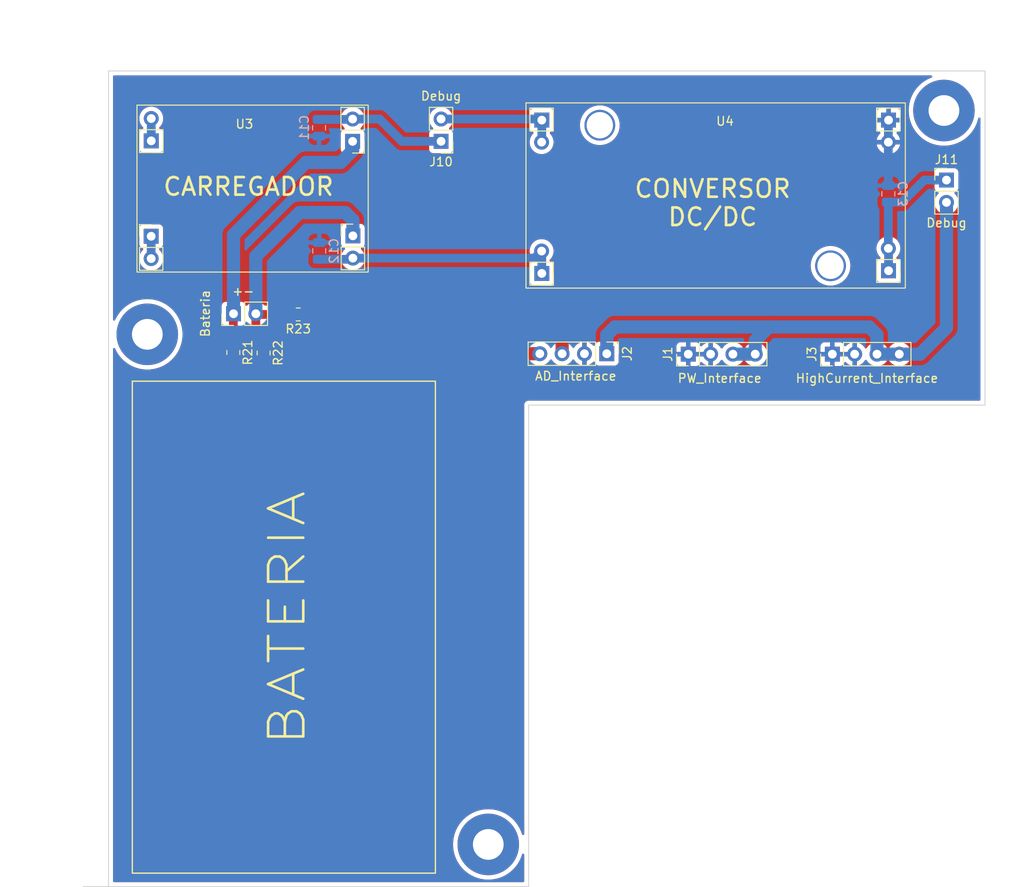
<source format=kicad_pcb>
(kicad_pcb (version 20211014) (generator pcbnew)
  (layers (0 "F.Cu" signal) (31 "B.Cu" signal) (34 "B.Paste" user) (35 "F.Paste" user) (36 "B.SilkS" user "B.Silkscreen") (37 "F.SilkS" user "F.Silkscreen") (38 "B.Mask" user) (39 "F.Mask" user) (44 "Edge.Cuts" user))
  (net 0 "")
  (net 1 "/B+")
  (net 2 "/B-")
  (net 3 "GNDA")
  (net 4 "Net-(C12-Pad1)")
  (net 5 "/4.2V")
  (net 6 "/B+_AD_IN")
  (net 7 "unconnected-(U3-Pad1)")
  (net 8 "unconnected-(U3-Pad2)")
  (net 9 "+5V")
  (net 10 "Net-(C13-Pad1)")
  (net 11 "Net-(J10-Pad2)")
  (footprint "MountingHole:MountingHole_3mm_Pad" (layer "F.Cu") (at 150.749 40.767)
    (fp_text reference "REF**")
    (fp_text value "MountingHole_3mm_Pad")
    (pad "1" thru_hole circle (at 0 0) (size 7 7) (drill 3.5) (layers *.Cu *.Mask))
  )
  (footprint "Resistor_SMD:R_0805_2012Metric_Pad1.20x1.40mm_HandSolder" (layer "F.Cu") (at 73.31 68.37 -90)
    (fp_text reference "R22" (at 0 -1.65 90) (layer "F.SilkS"))
    (fp_text value "R em M")
    (fp_line (start -0.227064 0.735) (end 0.227064 0.735) (layer "F.SilkS") (width 0.12))
    (fp_line (start -0.227064 -0.735) (end 0.227064 -0.735) (layer "F.SilkS") (width 0.12))
    (pad "1" smd roundrect (at -1 0 270) (size 1.2 1.4) (layers "F.Cu" "F.Paste" "F.Mask") (roundrect_rratio 0.2083333333) (net 2 "/B-"))
    (pad "2" smd roundrect (at 1 0 270) (size 1.2 1.4) (layers "F.Cu" "F.Paste" "F.Mask") (roundrect_rratio 0.2083333333) (net 6 "/B+_AD_IN"))
  )
  (footprint "Connector_PinHeader_2.54mm:PinHeader_1x02_P2.54mm_Vertical" (layer "F.Cu") (at 151.04 48.685)
    (fp_text reference "J11" (at 0 -2.33) (layer "F.SilkS"))
    (fp_text value "Debug" (at 0 4.87) (layer "F.SilkS"))
    (fp_line (start -1.33 1.27) (end -1.33 3.87) (layer "F.SilkS") (width 0.12))
    (fp_line (start 1.33 1.27) (end 1.33 3.87) (layer "F.SilkS") (width 0.12))
    (fp_line (start -1.33 3.87) (end 1.33 3.87) (layer "F.SilkS") (width 0.12))
    (fp_line (start -1.33 0) (end -1.33 -1.33) (layer "F.SilkS") (width 0.12))
    (fp_line (start -1.33 1.27) (end 1.33 1.27) (layer "F.SilkS") (width 0.12))
    (fp_line (start -1.33 -1.33) (end 0 -1.33) (layer "F.SilkS") (width 0.12))
    (pad "1" thru_hole rect (at 0 0) (size 1.7 1.7) (drill 1) (layers *.Cu *.Mask) (net 10 "Net-(C13-Pad1)"))
    (pad "2" thru_hole oval (at 0 2.54) (size 1.7 1.7) (drill 1) (layers *.Cu *.Mask) (net 9 "+5V"))
  )
  (footprint "MountingHole:MountingHole_3mm_Pad" (layer "F.Cu") (at 98.8822 124.3076)
    (fp_text reference "REF**")
    (fp_text value "MountingHole_3mm_Pad")
    (pad "1" thru_hole circle (at 0 0) (size 7 7) (drill 3.5) (layers F&B.Cu *.Mask))
  )
  (footprint "Connector_PinHeader_2.54mm:PinHeader_1x04_P2.54mm_Vertical" (layer "F.Cu") (at 112.37 68.45 -90)
    (fp_text reference "J2" (at 0 -2.33 90) (layer "F.SilkS"))
    (fp_text value "AD_Interface" (at 2.543 3.531 180) (layer "F.SilkS"))
    (fp_line (start -1.33 8.95) (end 1.33 8.95) (layer "F.SilkS") (width 0.12))
    (fp_line (start -1.33 1.27) (end -1.33 8.95) (layer "F.SilkS") (width 0.12))
    (fp_line (start -1.33 1.27) (end 1.33 1.27) (layer "F.SilkS") (width 0.12))
    (fp_line (start -1.33 -1.33) (end 0 -1.33) (layer "F.SilkS") (width 0.12))
    (fp_line (start -1.33 0) (end -1.33 -1.33) (layer "F.SilkS") (width 0.12))
    (fp_line (start 1.33 1.27) (end 1.33 8.95) (layer "F.SilkS") (width 0.12))
    (pad "1" thru_hole rect (at 0 0 270) (size 1.7 1.7) (drill 1) (layers *.Cu *.Mask) (net 9 "+5V"))
    (pad "2" thru_hole oval (at 0 2.54 270) (size 1.7 1.7) (drill 1) (layers *.Cu *.Mask) (net 3 "GNDA"))
    (pad "3" thru_hole oval (at 0 5.08 270) (size 1.7 1.7) (drill 1) (layers *.Cu *.Mask) (net 2 "/B-"))
    (pad "4" thru_hole oval (at 0 7.62 270) (size 1.7 1.7) (drill 1) (layers *.Cu *.Mask) (net 6 "/B+_AD_IN"))
  )
  (footprint "MountingHole:MountingHole_3mm_Pad" (layer "F.Cu") (at 60.071 66.2432)
    (fp_text reference "REF**")
    (fp_text value "MountingHole_3mm_Pad")
    (pad "1" thru_hole circle (at 0 0) (size 7 7) (drill 3.5) (layers F&B.Cu *.Mask))
  )
  (footprint "Resistor_SMD:R_0805_2012Metric_Pad1.20x1.40mm_HandSolder" (layer "F.Cu") (at 77.25 63.98 180)
    (fp_text reference "R23" (at 0 -1.65) (layer "F.SilkS"))
    (fp_text value "R0")
    (fp_line (start -0.227064 0.735) (end 0.227064 0.735) (layer "F.SilkS") (width 0.12))
    (fp_line (start -0.227064 -0.735) (end 0.227064 -0.735) (layer "F.SilkS") (width 0.12))
    (pad "1" smd roundrect (at -1 0 180) (size 1.2 1.4) (layers "F.Cu" "F.Paste" "F.Mask") (roundrect_rratio 0.2083333333) (net 3 "GNDA"))
    (pad "2" smd roundrect (at 1 0 180) (size 1.2 1.4) (layers "F.Cu" "F.Paste" "F.Mask") (roundrect_rratio 0.2083333333) (net 2 "/B-"))
  )
  (footprint "Connector_PinHeader_2.54mm:PinHeader_1x04_P2.54mm_Vertical" (layer "F.Cu") (at 138.049 68.5 90)
    (fp_text reference "J3" (at 0 -2.33 90) (layer "F.SilkS"))
    (fp_text value "HighCurrent_Interface" (at -2.747 3.937 180) (layer "F.SilkS"))
    (fp_line (start 1.33 1.27) (end 1.33 8.95) (layer "F.SilkS") (width 0.12))
    (fp_line (start -1.33 8.95) (end 1.33 8.95) (layer "F.SilkS") (width 0.12))
    (fp_line (start -1.33 1.27) (end 1.33 1.27) (layer "F.SilkS") (width 0.12))
    (fp_line (start -1.33 0) (end -1.33 -1.33) (layer "F.SilkS") (width 0.12))
    (fp_line (start -1.33 -1.33) (end 0 -1.33) (layer "F.SilkS") (width 0.12))
    (fp_line (start -1.33 1.27) (end -1.33 8.95) (layer "F.SilkS") (width 0.12))
    (pad "1" thru_hole rect (at 0 0 90) (size 1.7 1.7) (drill 1) (layers *.Cu *.Mask) (net 3 "GNDA"))
    (pad "2" thru_hole oval (at 0 2.54 90) (size 1.7 1.7) (drill 1) (layers *.Cu *.Mask) (net 3 "GNDA"))
    (pad "3" thru_hole oval (at 0 5.08 90) (size 1.7 1.7) (drill 1) (layers *.Cu *.Mask) (net 9 "+5V"))
    (pad "4" thru_hole oval (at 0 7.62 90) (size 1.7 1.7) (drill 1) (layers *.Cu *.Mask) (net 9 "+5V"))
  )
  (footprint "Connector_PinHeader_2.54mm:PinHeader_1x02_P2.54mm_Vertical" (layer "F.Cu") (at 69.885 63.9 90)
    (fp_text reference "Bateria" (at 0.019 -3.21 90) (layer "F.SilkS"))
    (fp_text value "4.2V")
    (fp_line (start -1.33 3.87) (end 1.33 3.87) (layer "F.SilkS") (width 0.12))
    (fp_line (start -1.33 -1.33) (end 0 -1.33) (layer "F.SilkS") (width 0.12))
    (fp_line (start 1.33 1.27) (end 1.33 3.87) (layer "F.SilkS") (width 0.12))
    (fp_line (start -1.33 1.27) (end -1.33 3.87) (layer "F.SilkS") (width 0.12))
    (fp_line (start -1.33 0) (end -1.33 -1.33) (layer "F.SilkS") (width 0.12))
    (fp_line (start -1.33 1.27) (end 1.33 1.27) (layer "F.SilkS") (width 0.12))
    (pad "1" thru_hole rect (at 0 0 90) (size 1.7 1.7) (drill 1) (layers *.Cu *.Mask) (net 1 "/B+"))
    (pad "2" thru_hole oval (at 0 2.54 90) (size 1.7 1.7) (drill 1) (layers *.Cu *.Mask) (net 2 "/B-"))
  )
  (footprint "adelson:Módulo_TP4056" (layer "F.Cu") (at 59.4534 40.155)
    (fp_text reference "U3" (at 11.6766 2.155 unlocked) (layer "F.SilkS"))
    (fp_text value "TP4056_MODULE")
    (fp_line (start 25.3168 5.454) (end 23.9868 5.454) (layer "F.SilkS") (width 0.12))
    (fp_line (start 22.6568 2.854) (end 22.6568 0.254) (layer "F.SilkS") (width 0.12))
    (fp_line (start -0.2724 13.596) (end 1.0576 13.596) (layer "F.SilkS") (width 0.12))
    (fp_line (start -0.2632 5.394) (end 2.3968 5.394) (layer "F.SilkS") (width 0.12))
    (fp_line (start 2.3876 16.196) (end 2.3876 18.796) (layer "F.SilkS") (width 0.12))
    (fp_line (start 22.6892 14.8752) (end 22.6892 13.5452) (layer "F.SilkS") (width 0.12))
    (fp_line (start -0.2724 18.796) (end 2.3876 18.796) (layer "F.SilkS") (width 0.12))
    (fp_line (start 22.6892 16.1452) (end 22.6892 18.7452) (layer "F.SilkS") (width 0.12))
    (fp_line (start 25.3168 0.254) (end 22.6568 0.254) (layer "F.SilkS") (width 0.12))
    (fp_line (start 25.3168 2.854) (end 25.3168 0.254) (layer "F.SilkS") (width 0.12))
    (fp_line (start 2.3968 2.794) (end -0.2632 2.794) (layer "F.SilkS") (width 0.12))
    (fp_line (start 2.3968 5.394) (end 1.0668 5.394) (layer "F.SilkS") (width 0.12))
    (fp_line (start 25.3168 4.124) (end 25.3168 5.454) (layer "F.SilkS") (width 0.12))
    (fp_line (start -0.2724 14.926) (end -0.2724 13.596) (layer "F.SilkS") (width 0.12))
    (fp_line (start -0.2632 2.794) (end -0.2632 5.394) (layer "F.SilkS") (width 0.12))
    (fp_line (start 25.3492 16.1452) (end 25.3492 18.7452) (layer "F.SilkS") (width 0.12))
    (fp_line (start 22.6892 18.7452) (end 25.3492 18.7452) (layer "F.SilkS") (width 0.12))
    (fp_line (start 2.3968 4.064) (end 2.3968 5.394) (layer "F.SilkS") (width 0.12))
    (fp_line (start 25.3168 2.854) (end 22.6568 2.854) (layer "F.SilkS") (width 0.12))
    (fp_line (start 22.6892 16.1452) (end 25.3492 16.1452) (layer "F.SilkS") (width 0.12))
    (fp_line (start 22.6892 13.5452) (end 24.0192 13.5452) (layer "F.SilkS") (width 0.12))
    (fp_line (start -0.2724 16.196) (end 2.3876 16.196) (layer "F.SilkS") (width 0.12))
    (fp_line (start 2.3968 2.794) (end 2.3968 5.394) (layer "F.SilkS") (width 0.12))
    (fp_line (start -0.2724 16.196) (end -0.2724 18.796) (layer "F.SilkS") (width 0.12))
    (fp_rect (start -0.5588 0) (end 25.762 19) (layer "F.SilkS") (width 0.12) (fill none))
    (pad "1" thru_hole rect (at 1.0668 4.064 180) (size 1.7 1.7) (drill 1) (layers *.Mask "F.Cu" "In1.Cu" "B.Cu") (net 7 "unconnected-(U3-Pad1)"))
    (pad "1" thru_hole oval (at 1.0668 1.524 180) (size 1.7 1.7) (drill 1) (layers *.Cu *.Mask) (net 7 "unconnected-(U3-Pad1)"))
    (pad "2" thru_hole rect (at 1.0576 14.926) (size 1.7 1.7) (drill 1) (layers *.Cu *.Mask) (net 8 "unconnected-(U3-Pad2)"))
    (pad "2" thru_hole oval (at 1.0576 17.466) (size 1.7 1.7) (drill 1) (layers *.Mask "F.Cu" "In1.Cu" "B.Cu") (net 8 "unconnected-(U3-Pad2)"))
    (pad "3" thru_hole oval (at 23.9868 1.584 180) (size 1.7 1.7) (drill 1) (layers *.Cu *.Mask) (net 5 "/4.2V"))
    (pad "4" thru_hole rect (at 23.9868 4.124 180) (size 1.7 1.7) (drill 1) (layers *.Cu *.Mask) (net 1 "/B+"))
    (pad "5" thru_hole oval (at 24.0192 17.4152) (size 1.7 1.7) (drill 1) (layers *.Cu *.Mask) (net 4 "Net-(C12-Pad1)"))
    (pad "6" thru_hole rect (at 24.0192 14.8752) (size 1.7 1.7) (drill 1) (layers *.Cu *.Mask) (net 2 "/B-"))
  )
  (footprint "Connector_PinHeader_2.54mm:PinHeader_1x04_P2.54mm_Vertical" (layer "F.Cu") (at 121.65 68.5 90)
    (fp_text reference "J1" (at 0 -2.33 90) (layer "F.SilkS"))
    (fp_text value "PW_Interface" (at -2.747 3.572 180) (layer "F.SilkS"))
    (fp_line (start -1.33 1.27) (end -1.33 8.95) (layer "F.SilkS") (width 0.12))
    (fp_line (start -1.33 8.95) (end 1.33 8.95) (layer "F.SilkS") (width 0.12))
    (fp_line (start -1.33 0) (end -1.33 -1.33) (layer "F.SilkS") (width 0.12))
    (fp_line (start 1.33 1.27) (end 1.33 8.95) (layer "F.SilkS") (width 0.12))
    (fp_line (start -1.33 -1.33) (end 0 -1.33) (layer "F.SilkS") (width 0.12))
    (fp_line (start -1.33 1.27) (end 1.33 1.27) (layer "F.SilkS") (width 0.12))
    (pad "1" thru_hole rect (at 0 0 90) (size 1.7 1.7) (drill 1) (layers *.Cu *.Mask) (net 3 "GNDA"))
    (pad "2" thru_hole oval (at 0 2.54 90) (size 1.7 1.7) (drill 1) (layers *.Cu *.Mask) (net 3 "GNDA"))
    (pad "3" thru_hole oval (at 0 5.08 90) (size 1.7 1.7) (drill 1) (layers *.Cu *.Mask) (net 9 "+5V"))
    (pad "4" thru_hole oval (at 0 7.62 90) (size 1.7 1.7) (drill 1) (layers *.Cu *.Mask) (net 9 "+5V"))
  )
  (footprint "Connector_PinHeader_2.54mm:PinHeader_1x02_P2.54mm_Vertical" (layer "F.Cu") (at 93.51 44.275 180)
    (fp_text reference "J10" (at 0 -2.33) (layer "F.SilkS"))
    (fp_text value "Debug" (at 0 5.159) (layer "F.SilkS"))
    (fp_line (start 1.33 1.27) (end 1.33 3.87) (layer "F.SilkS") (width 0.12))
    (fp_line (start -1.33 1.27) (end -1.33 3.87) (layer "F.SilkS") (width 0.12))
    (fp_line (start -1.33 -1.33) (end 0 -1.33) (layer "F.SilkS") (width 0.12))
    (fp_line (start -1.33 1.27) (end 1.33 1.27) (layer "F.SilkS") (width 0.12))
    (fp_line (start -1.33 0) (end -1.33 -1.33) (layer "F.SilkS") (width 0.12))
    (fp_line (start -1.33 3.87) (end 1.33 3.87) (layer "F.SilkS") (width 0.12))
    (pad "1" thru_hole rect (at 0 0 180) (size 1.7 1.7) (drill 1) (layers *.Cu *.Mask) (net 5 "/4.2V"))
    (pad "2" thru_hole oval (at 0 2.54 180) (size 1.7 1.7) (drill 1) (layers *.Cu *.Mask) (net 11 "Net-(J10-Pad2)"))
  )
  (footprint "Resistor_SMD:R_0805_2012Metric_Pad1.20x1.40mm_HandSolder" (layer "F.Cu") (at 69.86 68.31 -90)
    (fp_text reference "R21" (at 0 -1.65 90) (layer "F.SilkS"))
    (fp_text value "R em M")
    (fp_line (start -0.227064 -0.735) (end 0.227064 -0.735) (layer "F.SilkS") (width 0.12))
    (fp_line (start -0.227064 0.735) (end 0.227064 0.735) (layer "F.SilkS") (width 0.12))
    (pad "1" smd roundrect (at -1 0 270) (size 1.2 1.4) (layers "F.Cu" "F.Paste" "F.Mask") (roundrect_rratio 0.2083333333) (net 1 "/B+"))
    (pad "2" smd roundrect (at 1 0 270) (size 1.2 1.4) (layers "F.Cu" "F.Paste" "F.Mask") (roundrect_rratio 0.2083333333) (net 6 "/B+_AD_IN"))
  )
  (footprint "adelson:Modulo_DC-DC_Boost_XL6009" (layer "F.Cu") (at 103.175 39.9)
    (fp_text reference "U4" (at 22.655 2.08 unlocked) (layer "F.SilkS"))
    (fp_text value "Modulo_DC-DC_Boost_XL6009")
    (fp_line (start 3.108 18.1356) (end 0.448 18.1356) (layer "F.SilkS") (width 0.12))
    (fp_line (start 0.448 0.6004) (end 1.778 0.6004) (layer "F.SilkS") (width 0.12))
    (fp_line (start 0.448 3.2004) (end 3.108 3.2004) (layer "F.SilkS") (width 0.12))
    (fp_line (start 3.108 19.4056) (end 3.108 20.7356) (layer "F.SilkS") (width 0.12))
    (fp_line (start 39.9196 3.2004) (end 42.5796 3.2004) (layer "F.SilkS") (width 0.12))
    (fp_line (start 3.108 0.6004) (end 0.448 0.6004) (layer "F.SilkS") (width 0.12))
    (fp_line (start 39.9196 1.9304) (end 39.9196 0.6004) (layer "F.SilkS") (width 0.12))
    (fp_line (start 3.108 18.1356) (end 3.108 20.7356) (layer "F.SilkS") (width 0.12))
    (fp_line (start 0.448 3.2004) (end 0.448 0.6004) (layer "F.SilkS") (width 0.12))
    (fp_line (start 3.108 3.2004) (end 3.108 0.6004) (layer "F.SilkS") (width 0.12))
    (fp_line (start 39.9196 17.8308) (end 39.9196 20.4308) (layer "F.SilkS") (width 0.12))
    (fp_line (start 0.448 1.9304) (end 0.448 0.6004) (layer "F.SilkS") (width 0.12))
    (fp_line (start 0.448 20.7356) (end 3.108 20.7356) (layer "F.SilkS") (width 0.12))
    (fp_line (start 42.5796 19.1008) (end 42.5796 20.4308) (layer "F.SilkS") (width 0.12))
    (fp_line (start 42.5796 17.8308) (end 39.9196 17.8308) (layer "F.SilkS") (width 0.12))
    (fp_line (start 39.9196 20.4308) (end 42.5796 20.4308) (layer "F.SilkS") (width 0.12))
    (fp_line (start 39.9196 0.6004) (end 41.2496 0.6004) (layer "F.SilkS") (width 0.12))
    (fp_line (start 3.108 20.7356) (end 1.778 20.7356) (layer "F.SilkS") (width 0.12))
    (fp_line (start 39.9196 3.2004) (end 39.9196 0.6004) (layer "F.SilkS") (width 0.12))
    (fp_line (start 42.5796 0.6004) (end 39.9196 0.6004) (layer "F.SilkS") (width 0.12))
    (fp_line (start 42.5796 3.2004) (end 42.5796 0.6004) (layer "F.SilkS") (width 0.12))
    (fp_line (start 42.5796 17.8308) (end 42.5796 20.4308) (layer "F.SilkS") (width 0.12))
    (fp_line (start 42.5796 20.4308) (end 41.2496 20.4308) (layer "F.SilkS") (width 0.12))
    (fp_line (start 0.448 18.1356) (end 0.448 20.7356) (layer "F.SilkS") (width 0.12))
    (fp_rect (start 0 0) (end 43.18 21.082) (layer "F.SilkS") (width 0.12) (fill none))
    (pad "" np_thru_hole circle (at 8.404 2.54 180) (size 3.5 3.5) (drill 3) (layers F&B.Cu))
    (pad "" np_thru_hole circle (at 34.666 18.542 180) (size 3.5 3.5) (drill 3) (layers F&B.Cu))
    (pad "1" thru_hole rect (at 1.8 1.96 180) (size 1.7 1.7) (drill 1) (layers *.Cu *.Mask) (net 11 "Net-(J10-Pad2)"))
    (pad "1" thru_hole oval (at 1.778 4.4704) (size 1.7 1.7) (drill 1) (layers *.Mask "F.Cu" "In1.Cu" "B.Cu") (net 11 "Net-(J10-Pad2)"))
    (pad "2" thru_hole oval (at 1.778 16.8656 180) (size 1.7 1.7) (drill 1) (layers *.Cu *.Mask) (net 4 "Net-(C12-Pad1)"))
    (pad "2" thru_hole rect (at 1.8 19.41 180) (size 1.7 1.7) (drill 1) (layers *.Cu *.Mask) (net 4 "Net-(C12-Pad1)"))
    (pad "3" thru_hole rect (at 41.27 19.105 180) (size 1.7 1.7) (drill 1) (layers *.Cu *.Mask) (net 10 "Net-(C13-Pad1)"))
    (pad "3" thru_hole oval (at 41.2496 16.5608 180) (size 1.7 1.7) (drill 1) (layers *.Cu *.Mask) (net 10 "Net-(C13-Pad1)"))
    (pad "4" thru_hole rect (at 41.27 1.96 180) (size 1.7 1.7) (drill 1) (layers *.Cu *.Mask) (net 3 "GNDA"))
    (pad "4" thru_hole oval (at 41.2496 4.4704) (size 1.7 1.7) (drill 1) (layers *.Cu *.Mask) (net 3 "GNDA"))
  )
  (footprint "Capacitor_SMD:C_0805_2012Metric" (layer "B.Cu") (at 79.62 42.73 -90)
    (fp_text reference "C11" (at 0 1.68 90) (layer "B.SilkS") (effects (justify mirror)))
    (fp_text value "1uF")
    (fp_line (start -0.261252 0.735) (end 0.261252 0.735) (layer "B.SilkS") (width 0.12))
    (fp_line (start -0.261252 -0.735) (end 0.261252 -0.735) (layer "B.SilkS") (width 0.12))
    (pad "1" smd roundrect (at -0.95 0 270) (size 1 1.45) (layers "B.Cu" "B.Paste" "B.Mask") (net 5 "/4.2V"))
    (pad "2" smd roundrect (at 0.95 0 270) (size 1 1.45) (layers "B.Cu" "B.Paste" "B.Mask") (net 3 "GNDA"))
  )
  (footprint "Capacitor_SMD:C_0805_2012Metric" (layer "B.Cu") (at 79.64 56.75 90)
    (fp_text reference "C12" (at 0 1.68 90) (layer "B.SilkS") (effects (justify mirror)))
    (fp_text value "R0")
    (fp_line (start -0.261252 0.735) (end 0.261252 0.735) (layer "B.SilkS") (width 0.12))
    (fp_line (start -0.261252 -0.735) (end 0.261252 -0.735) (layer "B.SilkS") (width 0.12))
    (pad "1" smd roundrect (at -0.95 0 90) (size 1 1.45) (layers "B.Cu" "B.Paste" "B.Mask") (net 4 "Net-(C12-Pad1)"))
    (pad "2" smd roundrect (at 0.95 0 90) (size 1 1.45) (layers "B.Cu" "B.Paste" "B.Mask") (net 3 "GNDA"))
  )
  (footprint "Capacitor_SMD:C_0805_2012Metric" (layer "B.Cu") (at 144.42 50.25 90)
    (fp_text reference "C13" (at 0 1.68 90) (layer "B.SilkS") (effects (justify mirror)))
    (fp_text value "1uF")
    (fp_line (start -0.261252 -0.735) (end 0.261252 -0.735) (layer "B.SilkS") (width 0.12))
    (fp_line (start -0.261252 0.735) (end 0.261252 0.735) (layer "B.SilkS") (width 0.12))
    (pad "1" smd roundrect (at -0.95 0 90) (size 1 1.45) (layers "B.Cu" "B.Paste" "B.Mask") (net 10 "Net-(C13-Pad1)"))
    (pad "2" smd roundrect (at 0.95 0 90) (size 1 1.45) (layers "B.Cu" "B.Paste" "B.Mask") (net 3 "GNDA"))
  )
  (gr_rect (start 92.8658 127.5772) (end 58.3658 71.5772) (layer "F.SilkS") (width 0.15) (fill none))
  (gr_line (start 55.6593 36.26) (end 155.42 36.26) (layer "Edge.Cuts") (width 0.1))
  (gr_line (start 155.42 36.26) (end 155.42 74.3) (layer "Edge.Cuts") (width 0.1))
  (gr_line (start 55.6593 129.1194) (end 55.6593 36.26) (layer "Edge.Cuts") (width 0.1))
  (gr_line (start 155.42 74.3) (end 103.48 74.3) (layer "Edge.Cuts") (width 0.1))
  (gr_line (start 103.48 74.3) (end 103.48 129.1336) (layer "Edge.Cuts") (width 0.1))
  (gr_line (start 103.4542 129.1082) (end 52.7742 129.1082) (layer "Edge.Cuts") (width 0.1))
  (gr_text "BATERIA" (at 75.9858 98.5572 90) (layer "F.SilkS") (effects (font (size 4 5) (thickness 0.3))))
  (gr_text "CONVERSOR\nDC/DC" (at 124.42 51.28) (layer "F.SilkS") (effects (font (size 2 2) (thickness 0.3))))
  (gr_text "CARREGADOR" (at 71.59 49.43) (layer "F.SilkS") (effects (font (size 2 2) (thickness 0.3))))
  (gr_text "+-" (at 70.993 61.341) (layer "F.SilkS") (effects (font (size 1 1))))
  (segment (start 69.86 63.925) (end 69.885 63.9) (width 1) (layer "F.Cu") (net 1))
  (segment (start 69.86 67.31) (end 69.86 63.925) (width 1) (layer "F.Cu") (net 1))
  (segment (start 78.13 46.68) (end 82.08 46.68) (width 1.5) (layer "B.Cu") (net 1))
  (segment (start 83.4402 45.3198) (end 83.4402 44.279) (width 1.5) (layer "B.Cu") (net 1))
  (segment (start 69.885 54.925) (end 78.13 46.68) (width 1.5) (layer "B.Cu") (net 1))
  (segment (start 82.08 46.68) (end 83.4402 45.3198) (width 1.5) (layer "B.Cu") (net 1))
  (segment (start 69.885 63.9) (end 69.885 54.925) (width 1.5) (layer "B.Cu") (net 1))
  (segment (start 73.31 67.37) (end 93.17 67.37) (width 1.5) (layer "F.Cu") (net 2))
  (segment (start 106.28 65.05) (end 107.29 66.06) (width 1.5) (layer "F.Cu") (net 2))
  (segment (start 107.29 66.06) (end 107.29 68.45) (width 1.5) (layer "F.Cu") (net 2))
  (segment (start 95.49 65.05) (end 106.28 65.05) (width 1.5) (layer "F.Cu") (net 2))
  (segment (start 72.425 66.485) (end 73.31 67.37) (width 1) (layer "F.Cu") (net 2))
  (segment (start 72.425 63.9) (end 72.425 66.485) (width 1) (layer "F.Cu") (net 2))
  (segment (start 72.505 63.98) (end 72.425 63.9) (width 1) (layer "F.Cu") (net 2))
  (segment (start 76.25 63.98) (end 72.505 63.98) (width 1) (layer "F.Cu") (net 2))
  (segment (start 93.17 67.37) (end 95.49 65.05) (width 1.5) (layer "F.Cu") (net 2))
  (segment (start 72.425 57.355) (end 77.4 52.38) (width 1.5) (layer "B.Cu") (net 2))
  (segment (start 83.4726 53.2426) (end 83.4726 55.0302) (width 1.5) (layer "B.Cu") (net 2))
  (segment (start 72.425 63.9) (end 72.425 57.355) (width 1.5) (layer "B.Cu") (net 2))
  (segment (start 82.61 52.38) (end 83.4726 53.2426) (width 1.5) (layer "B.Cu") (net 2))
  (segment (start 77.4 52.38) (end 82.61 52.38) (width 1.5) (layer "B.Cu") (net 2))
  (segment (start 144.4246 44.3704) (end 144.4246 41.8804) (width 1) (layer "B.Cu") (net 3))
  (segment (start 144.42 49.3) (end 144.42 44.375) (width 1) (layer "B.Cu") (net 3))
  (segment (start 144.42 44.375) (end 144.4246 44.3704) (width 1) (layer "B.Cu") (net 3))
  (segment (start 144.4246 41.8804) (end 144.445 41.86) (width 1) (layer "B.Cu") (net 3))
  (segment (start 104.1484 57.5702) (end 104.953 56.7656) (width 1) (layer "B.Cu") (net 4))
  (segment (start 83.4726 57.5702) (end 104.1484 57.5702) (width 1) (layer "B.Cu") (net 4))
  (segment (start 104.975 56.7876) (end 104.953 56.7656) (width 1) (layer "B.Cu") (net 4))
  (segment (start 83.3428 57.7) (end 83.4726 57.5702) (width 1) (layer "B.Cu") (net 4))
  (segment (start 104.975 59.31) (end 104.975 56.7876) (width 1) (layer "B.Cu") (net 4))
  (segment (start 79.64 57.7) (end 83.3428 57.7) (width 1) (layer "B.Cu") (net 4))
  (segment (start 86.519 41.739) (end 89.055 44.275) (width 1) (layer "B.Cu") (net 5))
  (segment (start 83.4402 41.739) (end 86.519 41.739) (width 1) (layer "B.Cu") (net 5))
  (segment (start 79.62 41.78) (end 83.3992 41.78) (width 1) (layer "B.Cu") (net 5))
  (segment (start 83.3992 41.78) (end 83.4402 41.739) (width 1) (layer "B.Cu") (net 5))
  (segment (start 89.055 44.275) (end 93.51 44.275) (width 1) (layer "B.Cu") (net 5))
  (segment (start 72.82 69.31) (end 72.84 69.29) (width 1) (layer "F.Cu") (net 6))
  (segment (start 101.9 68.45) (end 104.75 68.45) (width 1.5) (layer "F.Cu") (net 6))
  (segment (start 73.25 69.31) (end 73.31 69.37) (width 1) (layer "F.Cu") (net 6))
  (segment (start 69.86 69.31) (end 73.25 69.31) (width 1) (layer "F.Cu") (net 6))
  (segment (start 100.98 69.37) (end 101.9 68.45) (width 1.5) (layer "F.Cu") (net 6))
  (segment (start 73.31 69.37) (end 100.98 69.37) (width 1.5) (layer "F.Cu") (net 6))
  (segment (start 60.5202 41.679) (end 60.5202 44.219) (width 1) (layer "B.Cu") (net 7))
  (segment (start 60.511 55.081) (end 60.511 57.621) (width 1) (layer "B.Cu") (net 8))
  (segment (start 148.035 68.5) (end 145.669 68.5) (width 1.5) (layer "B.Cu") (net 9))
  (segment (start 151.04 65.495) (end 148.035 68.5) (width 1.5) (layer "B.Cu") (net 9))
  (segment (start 151.04 51.225) (end 151.04 65.495) (width 1.5) (layer "B.Cu") (net 9))
  (segment (start 113.284 65.405) (end 112.37 66.319) (width 1.5) (layer "B.Cu") (net 9))
  (segment (start 143.129 66.294) (end 142.24 65.405) (width 1.5) (layer "B.Cu") (net 9))
  (segment (start 151.035 51.2) (end 151.07 51.235) (width 1) (layer "B.Cu") (net 9))
  (segment (start 143.129 68.5) (end 143.129 66.294) (width 1.5) (layer "B.Cu") (net 9))
  (segment (start 129.27 66.945) (end 129.27 68.5) (width 1.5) (layer "B.Cu") (net 9))
  (segment (start 145.669 68.5) (end 143.129 68.5) (width 1.5) (layer "B.Cu") (net 9))
  (segment (start 142.24 65.405) (end 130.81 65.405) (width 1.5) (layer "B.Cu") (net 9))
  (segment (start 129.27 68.5) (end 126.73 68.5) (width 1.5) (layer "B.Cu") (net 9))
  (segment (start 130.81 65.405) (end 129.27 66.945) (width 1.5) (layer "B.Cu") (net 9))
  (segment (start 112.37 66.319) (end 112.37 68.45) (width 1.5) (layer "B.Cu") (net 9))
  (segment (start 130.81 65.405) (end 113.284 65.405) (width 1.5) (layer "B.Cu") (net 9))
  (segment (start 148.515 48.685) (end 151.04 48.685) (width 1) (layer "B.Cu") (net 10))
  (segment (start 146 51.2) (end 148.515 48.685) (width 1) (layer "B.Cu") (net 10))
  (segment (start 144.42 51.2) (end 146 51.2) (width 1) (layer "B.Cu") (net 10))
  (segment (start 144.42 56.4562) (end 144.4246 56.4608) (width 1) (layer "B.Cu") (net 10))
  (segment (start 144.445 56.4812) (end 144.4246 56.4608) (width 1) (layer "B.Cu") (net 10))
  (segment (start 144.445 59.005) (end 144.445 56.4812) (width 1) (layer "B.Cu") (net 10))
  (segment (start 144.42 51.2) (end 144.42 56.4562) (width 1) (layer "B.Cu") (net 10))
  (segment (start 104.975 44.3484) (end 104.953 44.3704) (width 1) (layer "B.Cu") (net 11))
  (segment (start 93.51 41.735) (end 104.85 41.735) (width 1) (layer "B.Cu") (net 11))
  (segment (start 104.975 41.86) (end 104.975 44.3484) (width 1) (layer "B.Cu") (net 11))
  (segment (start 104.85 41.735) (end 104.975 41.86) (width 1) (layer "B.Cu") (net 11))
  (zone (net 3) (net_name "GNDA") (layer "F.Cu") (connect_pads (clearance 0.508)) (min_thickness 0.254) (fill yes (thermal_gap 0.508) (thermal_bridge_width 0.508))
    (polygon (pts (xy 158.228993 36.281052) (xy 158.228993 74.301052) (xy 106.298993 74.321052) (xy 106.286328 129.137635) (xy 55.606328 129.167635) (xy 55.628993 36.271052)))
  )
  (zone (net 3) (net_name "GNDA") (layer "B.Cu") (connect_pads (clearance 0.508)) (min_thickness 0.254) (fill yes (thermal_gap 0.508) (thermal_bridge_width 0.508))
    (polygon (pts (xy 158.270022 36.281049) (xy 158.280022 74.291049) (xy 106.350022 74.311049) (xy 106.338231 129.103534) (xy 55.658231 129.123534) (xy 55.680022 36.271049)))
  )
)
</source>
